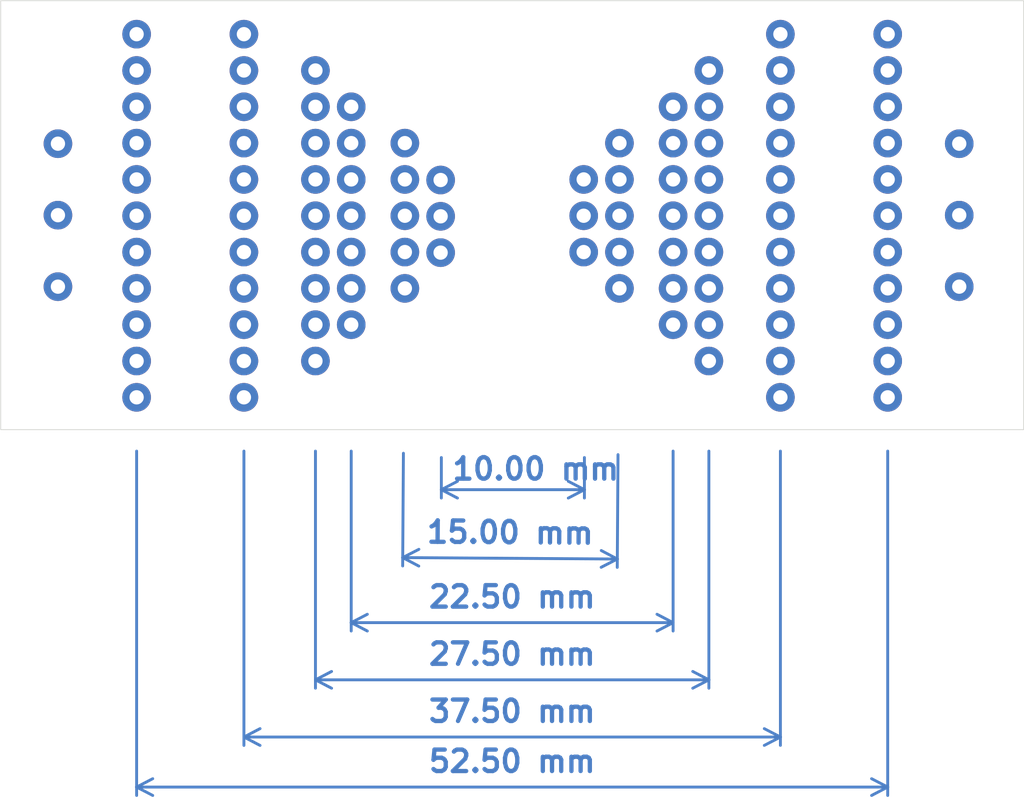
<source format=kicad_pcb>
(kicad_pcb
	(version 20240108)
	(generator "pcbnew")
	(generator_version "8.0")
	(general
		(thickness 1.6)
		(legacy_teardrops no)
	)
	(paper "A4")
	(layers
		(0 "F.Cu" signal)
		(31 "B.Cu" power)
		(32 "B.Adhes" user "B.Adhesive")
		(33 "F.Adhes" user "F.Adhesive")
		(34 "B.Paste" user)
		(35 "F.Paste" user)
		(36 "B.SilkS" user "B.Silkscreen")
		(37 "F.SilkS" user "F.Silkscreen")
		(38 "B.Mask" user)
		(39 "F.Mask" user)
		(40 "Dwgs.User" user "User.Drawings")
		(41 "Cmts.User" user "User.Comments")
		(42 "Eco1.User" user "User.Eco1")
		(43 "Eco2.User" user "User.Eco2")
		(44 "Edge.Cuts" user)
		(45 "Margin" user)
		(46 "B.CrtYd" user "B.Courtyard")
		(47 "F.CrtYd" user "F.Courtyard")
		(48 "B.Fab" user)
		(49 "F.Fab" user)
		(50 "User.1" user)
		(51 "User.2" user)
		(52 "User.3" user)
		(53 "User.4" user)
		(54 "User.5" user)
		(55 "User.6" user)
		(56 "User.7" user)
		(57 "User.8" user)
		(58 "User.9" user)
	)
	(setup
		(stackup
			(layer "F.SilkS"
				(type "Top Silk Screen")
			)
			(layer "F.Paste"
				(type "Top Solder Paste")
			)
			(layer "F.Mask"
				(type "Top Solder Mask")
				(thickness 0.01)
			)
			(layer "F.Cu"
				(type "copper")
				(thickness 0.035)
			)
			(layer "dielectric 1"
				(type "core")
				(thickness 1.51)
				(material "FR4")
				(epsilon_r 4.5)
				(loss_tangent 0.02)
			)
			(layer "B.Cu"
				(type "copper")
				(thickness 0.035)
			)
			(layer "B.Mask"
				(type "Bottom Solder Mask")
				(thickness 0.01)
			)
			(layer "B.Paste"
				(type "Bottom Solder Paste")
			)
			(layer "B.SilkS"
				(type "Bottom Silk Screen")
			)
			(copper_finish "None")
			(dielectric_constraints no)
		)
		(pad_to_mask_clearance 0)
		(allow_soldermask_bridges_in_footprints no)
		(pcbplotparams
			(layerselection 0x00010fc_ffffffff)
			(plot_on_all_layers_selection 0x0000000_00000000)
			(disableapertmacros no)
			(usegerberextensions no)
			(usegerberattributes yes)
			(usegerberadvancedattributes no)
			(creategerberjobfile no)
			(dashed_line_dash_ratio 12.000000)
			(dashed_line_gap_ratio 3.000000)
			(svgprecision 4)
			(plotframeref no)
			(viasonmask no)
			(mode 1)
			(useauxorigin no)
			(hpglpennumber 1)
			(hpglpenspeed 20)
			(hpglpendiameter 15.000000)
			(pdf_front_fp_property_popups yes)
			(pdf_back_fp_property_popups yes)
			(dxfpolygonmode yes)
			(dxfimperialunits yes)
			(dxfusepcbnewfont yes)
			(psnegative no)
			(psa4output no)
			(plotreference yes)
			(plotvalue no)
			(plotfptext yes)
			(plotinvisibletext no)
			(sketchpadsonfab no)
			(subtractmaskfromsilk yes)
			(outputformat 1)
			(mirror no)
			(drillshape 0)
			(scaleselection 1)
			(outputdirectory "Gerbers/")
		)
	)
	(net 0 "")
	(net 1 "Back_Net_L")
	(net 2 "Back_Net_R")
	(gr_rect
		(start 93 80)
		(end 164.5 110)
		(stroke
			(width 0.1)
			(type default)
		)
		(fill solid)
		(layer "B.Mask")
		(uuid "8ff0e001-659f-49d8-af2e-9995d05b898c")
	)
	(gr_rect
		(start 93 80)
		(end 164.5 110)
		(stroke
			(width 0.1)
			(type default)
		)
		(fill solid)
		(layer "F.Mask")
		(uuid "999e217a-fa73-4cac-979f-3f4bc2e7e7ee")
	)
	(gr_rect
		(start 93 80)
		(end 164.5 110)
		(stroke
			(width 0.05)
			(type default)
		)
		(fill none)
		(layer "Edge.Cuts")
		(uuid "7daef713-606e-488a-8153-23ff7ae60916")
	)
	(dimension
		(type aligned)
		(layer "B.Cu")
		(uuid "0f65dea8-7804-4cbf-a47b-660972cb6692")
		(pts
			(xy 121.151995 111.15068) (xy 136.151995 111.25068)
		)
		(height 7.799493)
		(gr_text "15,00 mm"
			(at 128.612 117.20004 359.6180338)
			(layer "B.Cu")
			(uuid "0f65dea8-7804-4cbf-a47b-660972cb6692")
			(effects
				(font
					(size 1.5 1.5)
					(thickness 0.3)
				)
			)
		)
		(format
			(prefix "")
			(suffix "")
			(units 3)
			(units_format 1)
			(precision 2)
		)
		(style
			(thickness 0.2)
			(arrow_length 1.27)
			(text_position_mode 0)
			(extension_height 0.58642)
			(extension_offset 0.5) keep_text_aligned)
	)
	(dimension
		(type aligned)
		(layer "B.Cu")
		(uuid "33f37264-789c-4005-8003-b36318161a99")
		(pts
			(xy 110 111) (xy 147.5 111)
		)
		(height 20.5)
		(gr_text "37,50 mm"
			(at 128.75 129.7 0)
			(layer "B.Cu")
			(uuid "33f37264-789c-4005-8003-b36318161a99")
			(effects
				(font
					(size 1.5 1.5)
					(thickness 0.3)
				)
			)
		)
		(format
			(prefix "")
			(suffix "")
			(units 3)
			(units_format 1)
			(precision 2)
		)
		(style
			(thickness 0.2)
			(arrow_length 1.27)
			(text_position_mode 0)
			(extension_height 0.58642)
			(extension_offset 0.5) keep_text_aligned)
	)
	(dimension
		(type aligned)
		(layer "B.Cu")
		(uuid "62c187a7-0902-4628-8214-ca6a192f710e")
		(pts
			(xy 117.5 111) (xy 140 111)
		)
		(height 12.5)
		(gr_text "22,50 mm"
			(at 128.75 121.7 0)
			(layer "B.Cu")
			(uuid "62c187a7-0902-4628-8214-ca6a192f710e")
			(effects
				(font
					(size 1.5 1.5)
					(thickness 0.3)
				)
			)
		)
		(format
			(prefix "")
			(suffix "")
			(units 3)
			(units_format 1)
			(precision 2)
		)
		(style
			(thickness 0.2)
			(arrow_length 1.27)
			(text_position_mode 0)
			(extension_height 0.58642)
			(extension_offset 0.5) keep_text_aligned)
	)
	(dimension
		(type aligned)
		(layer "B.Cu")
		(uuid "c079ea44-18ce-46b9-a2da-d44fd34622dd")
		(pts
			(xy 115 111) (xy 142.5 111)
		)
		(height 16.5)
		(gr_text "27,50 mm"
			(at 128.75 125.7 0)
			(layer "B.Cu")
			(uuid "c079ea44-18ce-46b9-a2da-d44fd34622dd")
			(effects
				(font
					(size 1.5 1.5)
					(thickness 0.3)
				)
			)
		)
		(format
			(prefix "")
			(suffix "")
			(units 3)
			(units_format 1)
			(precision 2)
		)
		(style
			(thickness 0.2)
			(arrow_length 1.27)
			(text_position_mode 0)
			(extension_height 0.58642)
			(extension_offset 0.5) keep_text_aligned)
	)
	(dimension
		(type aligned)
		(layer "B.Cu")
		(uuid "e12cf3bd-c19e-480b-bec8-2f0671ae0396")
		(pts
			(xy 123.8 111.45) (xy 133.8 111.45)
		)
		(height 2.75)
		(gr_text "10,00 mm"
			(at 130.4 112.75 0)
			(layer "B.Cu")
			(uuid "e12cf3bd-c19e-480b-bec8-2f0671ae0396")
			(effects
				(font
					(size 1.5 1.5)
					(thickness 0.3)
				)
			)
		)
		(format
			(prefix "")
			(suffix "")
			(units 3)
			(units_format 1)
			(precision 2)
		)
		(style
			(thickness 0.2)
			(arrow_length 1.27)
			(text_position_mode 2)
			(extension_height 0.58642)
			(extension_offset 0.5) keep_text_aligned)
	)
	(dimension
		(type aligned)
		(layer "B.Cu")
		(uuid "fd15188a-1022-49b0-ae00-ac554b637b11")
		(pts
			(xy 102.5 111) (xy 155 111)
		)
		(height 24)
		(gr_text "52,50 mm"
			(at 128.75 133.2 0)
			(layer "B.Cu")
			(uuid "fd15188a-1022-49b0-ae00-ac554b637b11")
			(effects
				(font
					(size 1.5 1.5)
					(thickness 0.3)
				)
			)
		)
		(format
			(prefix "")
			(suffix "")
			(units 3)
			(units_format 1)
			(precision 2)
		)
		(style
			(thickness 0.2)
			(arrow_length 1.27)
			(text_position_mode 0)
			(extension_height 0.58642)
			(extension_offset 0.5) keep_text_aligned)
	)
	(via
		(at 123.75 97.62)
		(size 2)
		(drill 1)
		(layers "F.Cu" "B.Cu")
		(net 1)
		(uuid "00d6b228-98df-4b54-883e-43c8555e4208")
	)
	(via
		(at 115 84.88)
		(size 2)
		(drill 1)
		(layers "F.Cu" "B.Cu")
		(net 1)
		(uuid "02542b5e-ed1d-43c0-a910-16ea06102946")
	)
	(via
		(at 102.5 95.04)
		(size 2)
		(drill 1)
		(layers "F.Cu" "B.Cu")
		(net 1)
		(uuid "02d8f596-4024-4557-9990-462897a44a39")
	)
	(via
		(at 110 107.74)
		(size 2)
		(drill 1)
		(layers "F.Cu" "B.Cu")
		(net 1)
		(uuid "0490945c-cd77-48b9-b34a-5915d6cd3179")
	)
	(via
		(at 117.5 92.5)
		(size 2)
		(drill 1)
		(layers "F.Cu" "B.Cu")
		(net 1)
		(uuid "0e59f19b-8873-4eb5-8934-438927e2c68c")
	)
	(via
		(at 110 82.34)
		(size 2)
		(drill 1)
		(layers "F.Cu" "B.Cu")
		(net 1)
		(uuid "128ad11a-1763-4d43-b0c3-22b5d634d017")
	)
	(via
		(at 110 100.12)
		(size 2)
		(drill 1)
		(layers "F.Cu" "B.Cu")
		(net 1)
		(uuid "12c568c5-3a54-488b-b706-59677b9fdf9b")
	)
	(via
		(at 102.5 87.42)
		(size 2)
		(drill 1)
		(layers "F.Cu" "B.Cu")
		(net 1)
		(uuid "1a9f86ac-d712-4ded-9fe8-5eacadd0e858")
	)
	(via
		(at 121.25 97.58)
		(size 2)
		(drill 1)
		(layers "F.Cu" "B.Cu")
		(net 1)
		(uuid "23d5db04-1a08-47da-ad49-a299d45aff15")
	)
	(via
		(at 102.5 89.96)
		(size 2)
		(drill 1)
		(layers "F.Cu" "B.Cu")
		(net 1)
		(uuid "296a45b6-56ad-4837-8a16-5eb2f024c8a1")
	)
	(via
		(at 117.5 89.96)
		(size 2)
		(drill 1)
		(layers "F.Cu" "B.Cu")
		(net 1)
		(uuid "2fd6ce57-6d3e-4225-9625-2ccbea38c712")
	)
	(via
		(at 97 100)
		(size 2)
		(drill 1)
		(layers "F.Cu" "B.Cu")
		(net 1)
		(uuid "3063bf12-b6a2-407a-b6f4-b888bec7635b")
	)
	(via
		(at 110 89.96)
		(size 2)
		(drill 1)
		(layers "F.Cu" "B.Cu")
		(net 1)
		(uuid "36823504-d2fb-4578-8112-07822c8ec0c3")
	)
	(via
		(at 102.5 82.34)
		(size 2)
		(drill 1)
		(layers "F.Cu" "B.Cu")
		(net 1)
		(uuid "3f4a4157-b7a7-4eb9-80ff-4c337f214825")
	)
	(via
		(at 123.75 92.54)
		(size 2)
		(drill 1)
		(layers "F.Cu" "B.Cu")
		(net 1)
		(uuid "40d287fc-24a4-439c-87e3-80a5d0a33341")
	)
	(via
		(at 110 105.2)
		(size 2)
		(drill 1)
		(layers "F.Cu" "B.Cu")
		(net 1)
		(uuid "43859231-0536-4afc-8355-69d7682c4f8d")
	)
	(via
		(at 102.5 97.58)
		(size 2)
		(drill 1)
		(layers "F.Cu" "B.Cu")
		(net 1)
		(uuid "450af9ae-3c79-49a6-be0b-77c26370de1a")
	)
	(via
		(at 102.5 92.5)
		(size 2)
		(drill 1)
		(layers "F.Cu" "B.Cu")
		(net 1)
		(uuid "45333c43-16f3-4310-b3fe-cfa27a9cbd21")
	)
	(via
		(at 117.5 97.58)
		(size 2)
		(drill 1)
		(layers "F.Cu" "B.Cu")
		(net 1)
		(uuid "464284c7-bcbd-4c43-9a3f-36f74b385194")
	)
	(via
		(at 115 97.58)
		(size 2)
		(drill 1)
		(layers "F.Cu" "B.Cu")
		(net 1)
		(uuid "4d28e9a3-239c-43e4-ad16-f80df3152482")
	)
	(via
		(at 117.5 95.04)
		(size 2)
		(drill 1)
		(layers "F.Cu" "B.Cu")
		(net 1)
		(uuid "5a0f0d0b-daff-4a25-a340-fa7275d4da3d")
	)
	(via
		(at 102.5 105.2)
		(size 2)
		(drill 1)
		(layers "F.Cu" "B.Cu")
		(net 1)
		(uuid "5e1e7a9c-4341-459d-ab12-a60bb3467940")
	)
	(via
		(at 102.5 102.66)
		(size 2)
		(drill 1)
		(layers "F.Cu" "B.Cu")
		(net 1)
		(uuid "5e9ae439-6b18-4876-8d59-5fae6295daee")
	)
	(via
		(at 102.5 107.74)
		(size 2)
		(drill 1)
		(layers "F.Cu" "B.Cu")
		(net 1)
		(uuid "6396d200-87cf-4d80-97a8-cbd9103d9b7a")
	)
	(via
		(at 110 92.5)
		(size 2)
		(drill 1)
		(layers "F.Cu" "B.Cu")
		(net 1)
		(uuid "6b25d33b-2d39-4543-b21c-6a736deec56f")
	)
	(via
		(at 121.25 92.5)
		(size 2)
		(drill 1)
		(layers "F.Cu" "B.Cu")
		(net 1)
		(uuid "706b790c-41da-45d1-8648-3e2022c74aa7")
	)
	(via
		(at 115 89.96)
		(size 2)
		(drill 1)
		(layers "F.Cu" "B.Cu")
		(net 1)
		(uuid "7340f0f9-7154-4aea-85d7-d6d4e3886fad")
	)
	(via
		(at 121.25 95.04)
		(size 2)
		(drill 1)
		(layers "F.Cu" "B.Cu")
		(net 1)
		(uuid "79ce970b-e70f-425d-8017-8143a61a12ff")
	)
	(via
		(at 115 87.42)
		(size 2)
		(drill 1)
		(layers "F.Cu" "B.Cu")
		(net 1)
		(uuid "80090c7f-9aba-4ced-9c92-d066d3d7d4b0")
	)
	(via
		(at 115 92.5)
		(size 2)
		(drill 1)
		(layers "F.Cu" "B.Cu")
		(net 1)
		(uuid "88312aff-16ef-47cd-9efb-8ecc1b7491ea")
	)
	(via
		(at 110 84.88)
		(size 2)
		(drill 1)
		(layers "F.Cu" "B.Cu")
		(net 1)
		(uuid "8c80796a-36db-44c3-b7b2-b48dd481b5e8")
	)
	(via
		(at 110 95.04)
		(size 2)
		(drill 1)
		(layers "F.Cu" "B.Cu")
		(net 1)
		(uuid "8c96c25b-71c6-4cee-a3a2-2e2f0bc95fd0")
	)
	(via
		(at 110 87.42)
		(size 2)
		(drill 1)
		(layers "F.Cu" "B.Cu")
		(net 1)
		(uuid "8de07d1e-a40f-4830-a075-7ab6aa806388")
	)
	(via
		(at 115 95.04)
		(size 2)
		(drill 1)
		(layers "F.Cu" "B.Cu")
		(net 1)
		(uuid "9e55da36-7908-4d7b-8b33-a84303c2e94e")
	)
	(via
		(at 117.5 100.12)
		(size 2)
		(drill 1)
		(layers "F.Cu" "B.Cu")
		(net 1)
		(uuid "a2f47ecf-f0c5-479a-bbd9-160150683f6a")
	)
	(via
		(at 115 105.2)
		(size 2)
		(drill 1)
		(layers "F.Cu" "B.Cu")
		(net 1)
		(uuid "ade8a956-9ba8-469d-93bd-b60865a98519")
	)
	(via
		(at 121.25 100.12)
		(size 2)
		(drill 1)
		(layers "F.Cu" "B.Cu")
		(net 1)
		(uuid "b39caa1e-f11b-4589-922e-e98c2b954230")
	)
	(via
		(at 121.25 89.96)
		(size 2)
		(drill 1)
		(layers "F.Cu" "B.Cu")
		(net 1)
		(uuid "ba6b9d11-60cf-417f-8f96-a81333d30a96")
	)
	(via
		(at 110 97.58)
		(size 2)
		(drill 1)
		(layers "F.Cu" "B.Cu")
		(net 1)
		(uuid "bb1c059e-99f6-46af-9a8a-2e93ac822699")
	)
	(via
		(at 102.5 84.88)
		(size 2)
		(drill 1)
		(layers "F.Cu" "B.Cu")
		(net 1)
		(uuid "be359fe2-7aaf-4d8c-a5c3-f6326e20a8da")
	)
	(via
		(at 97 90)
		(size 2)
		(drill 1)
		(layers "F.Cu" "B.Cu")
		(net 1)
		(uuid "bfd298d9-ba03-48b5-a133-2aece736a4b3")
	)
	(via
		(at 97 95)
		(size 2)
		(drill 1)
		(layers "F.Cu" "B.Cu")
		(net 1)
		(uuid "d0591cf4-d683-4d15-8f95-6d547b346274")
	)
	(via
		(at 123.75 95.08)
		(size 2)
		(drill 1)
		(layers "F.Cu" "B.Cu")
		(net 1)
		(uuid "d83f1d18-fd28-41ae-bc25-c476203b7bd6")
	)
	(via
		(at 110 102.66)
		(size 2)
		(drill 1)
		(layers "F.Cu" "B.Cu")
		(net 1)
		(uuid "da70686b-ca72-4e74-b1a4-94b5a1efafcd")
	)
	(via
		(at 115 102.66)
		(size 2)
		(drill 1)
		(layers "F.Cu" "B.Cu")
		(net 1)
		(uuid "df6fa1c5-f183-4103-9f99-2ad125e66ae0")
	)
	(via
		(at 115 100.12)
		(size 2)
		(drill 1)
		(layers "F.Cu" "B.Cu")
		(net 1)
		(uuid "e668dfdd-20e6-4905-8d55-f410fb745077")
	)
	(via
		(at 117.5 102.66)
		(size 2)
		(drill 1)
		(layers "F.Cu" "B.Cu")
		(net 1)
		(uuid "e75df4dc-b001-4257-a0da-28e9fae272d4")
	)
	(via
		(at 102.5 100.12)
		(size 2)
		(drill 1)
		(layers "F.Cu" "B.Cu")
		(net 1)
		(uuid "ec131ed0-3610-4b82-9dd6-4b78b5ebbb03")
	)
	(via
		(at 117.5 87.42)
		(size 2)
		(drill 1)
		(layers "F.Cu" "B.Cu")
		(net 1)
		(uuid "f9ff68d4-99d0-4696-93fa-8333cc49ad52")
	)
	(segment
		(start 97 95)
		(end 97.04 95.04)
		(width 0.2)
		(layer "B.Cu")
		(net 1)
		(uuid "162db841-b66c-4f6e-aefc-f4bf61f9428d")
	)
	(segment
		(start 102.46 95)
		(end 102.5 95.04)
		(width 0.2)
		(layer "B.Cu")
		(net 1)
		(uuid "9d9781c5-3963-4d14-922c-beb9687360cf")
	)
	(via
		(at 136.25 100.12)
		(size 2)
		(drill 1)
		(layers "F.Cu" "B.Cu")
		(net 2)
		(uuid "02dca560-1ead-4c3d-960e-a290cb7b28d7")
	)
	(via
		(at 155 95.04)
		(size 2)
		(drill 1)
		(layers "F.Cu" "B.Cu")
		(net 2)
		(uuid "045efe21-24d1-4aa6-aca9-1041e59ed875")
	)
	(via
		(at 133.75 95.04)
		(size 2)
		(drill 1)
		(layers "F.Cu" "B.Cu")
		(net 2)
		(uuid "1151a16e-b08f-455b-be89-a48c3175da39")
	)
	(via
		(at 142.5 89.96)
		(size 2)
		(drill 1)
		(layers "F.Cu" "B.Cu")
		(net 2)
		(uuid "16a7a03e-4b60-4c73-823c-6e5098a4622d")
	)
	(via
		(at 142.5 92.5)
		(size 2)
		(drill 1)
		(layers "F.Cu" "B.Cu")
		(net 2)
		(uuid "178a00c6-31e8-49c3-8ced-2e745deec678")
	)
	(via
		(at 160 95)
		(size 2)
		(drill 1)
		(layers "F.Cu" "B.Cu")
		(net 2)
		(uuid "2a66ceb0-402f-4b4a-8ece-74d386509d35")
	)
	(via
		(at 142.5 84.88)
		(size 2)
		(drill 1)
		(layers "F.Cu" "B.Cu")
		(net 2)
		(uuid "308c7c23-0d70-463b-9787-da70a02030c3")
	)
	(via
		(at 140 89.96)
		(size 2)
		(drill 1)
		(layers "F.Cu" "B.Cu")
		(net 2)
		(uuid "48bb57d1-ce73-48b6-aca3-a60209b18f13")
	)
	(via
		(at 140 95.04)
		(size 2)
		(drill 1)
		(layers "F.Cu" "B.Cu")
		(net 2)
		(uuid "4b8d1960-cc7c-4ff2-bf8e-ec2ed0b3d673")
	)
	(via
		(at 142.5 105.2)
		(size 2)
		(drill 1)
		(layers "F.Cu" "B.Cu")
		(net 2)
		(uuid "4f024537-9b0b-467f-9d79-a95525e7e032")
	)
	(via
		(at 147.5 102.66)
		(size 2)
		(drill 1)
		(layers "F.Cu" "B.Cu")
		(net 2)
		(uuid "53186f13-4140-4b0e-9ff3-6ba997a08c15")
	)
	(via
		(at 140 102.66)
		(size 2)
		(drill 1)
		(layers "F.Cu" "B.Cu")
		(net 2)
		(uuid "532ec7e4-308c-4b72-9946-4c7810b50c0a")
	)
	(via
		(at 147.5 82.34)
		(size 2)
		(drill 1)
		(layers "F.Cu" "B.Cu")
		(net 2)
		(uuid "551f287f-02d1-44bd-9684-c26f6cf1dc3d")
	)
	(via
		(at 155 92.5)
		(size 2)
		(drill 1)
		(layers "F.Cu" "B.Cu")
		(net 2)
		(uuid "566d1600-fc96-4650-88ab-68c2fa20e739")
	)
	(via
		(at 140 92.5)
		(size 2)
		(drill 1)
		(layers "F.Cu" "B.Cu")
		(net 2)
		(uuid "66ebb6ad-cb7d-4e91-ab25-32bec8998219")
	)
	(via
		(at 140 87.42)
		(size 2)
		(drill 1)
		(layers "F.Cu" "B.Cu")
		(net 2)
		(uuid "6aa42011-eb49-4520-92e8-6cc33457f2cc")
	)
	(via
		(at 140 97.58)
		(size 2)
		(drill 1)
		(layers "F.Cu" "B.Cu")
		(net 2)
		(uuid "6cce1c49-9f7f-44c9-b8f9-1c1fceb27ce1")
	)
	(via
		(at 140 100.12)
		(size 2)
		(drill 1)
		(layers "F.Cu" "B.Cu")
		(net 2)
		(uuid "7b7ac19c-eb66-4ee9-8ed2-514f37a5e70f")
	)
	(via
		(at 155 89.96)
		(size 2)
		(drill 1)
		(layers "F.Cu" "B.Cu")
		(net 2)
		(uuid "7c20e9fd-b36f-4f2f-808b-3e4b172ba961")
	)
	(via
		(at 136.25 92.5)
		(size 2)
		(drill 1)
		(layers "F.Cu" "B.Cu")
		(net 2)
		(uuid "7d61833b-db40-4f99-93c7-5f0412f490f6")
	)
	(via
		(at 147.5 95.04)
		(size 2)
		(drill 1)
		(layers "F.Cu" "B.Cu")
		(net 2)
		(uuid "7d7b8d53-cb4e-4016-bec3-4f86bbb7d9c7")
	)
	(via
		(at 136.25 97.58)
		(size 2)
		(drill 1)
		(layers "F.Cu" "B.Cu")
		(net 2)
		(uuid "7eab6f84-ed2c-4171-b140-e6bc70f75b4f")
	)
	(via
		(at 147.5 105.2)
		(size 2)
		(drill 1)
		(layers "F.Cu" "B.Cu")
		(net 2)
		(uuid "8200ce62-7a43-403d-a438-077fd5bbe031")
	)
	(via
		(at 147.5 100.12)
		(size 2)
		(drill 1)
		(layers "F.Cu" "B.Cu")
		(net 2)
		(uuid "82ecc5fc-a47c-4dcb-9f36-0a718d170b67")
	)
	(via
		(at 147.5 97.58)
		(size 2)
		(drill 1)
		(layers "F.Cu" "B.Cu")
		(net 2)
		(uuid "87784d69-1bbc-416f-929d-66aeed95b2b2")
	)
	(via
		(at 147.5 89.96)
		(size 2)
		(drill 1)
		(layers "F.Cu" "B.Cu")
		(net 2)
		(uuid "8b1c90e4-1cd8-421a-b171-1eece65a5feb")
	)
	(via
		(at 147.5 84.88)
		(size 2)
		(drill 1)
		(layers "F.Cu" "B.Cu")
		(net 2)
		(uuid "9162cd79-a950-4c33-a7be-806d4a64726d")
	)
	(via
		(at 155 107.74)
		(size 2)
		(drill 1)
		(layers "F.Cu" "B.Cu")
		(net 2)
		(uuid "94a2caf0-754c-468d-a065-8534705c859f")
	)
	(via
		(at 155 100.12)
		(size 2)
		(drill 1)
		(layers "F.Cu" "B.Cu")
		(net 2)
		(uuid "9ec206b7-5169-4238-9978-3a5a71425e32")
	)
	(via
		(at 133.75 92.5)
		(size 2)
		(drill 1)
		(layers "F.Cu" "B.Cu")
		(net 2)
		(uuid "a512e4a9-feb5-4165-96ea-0afe16aed6bc")
	)
	(via
		(at 147.5 87.42)
		(size 2)
		(drill 1)
		(layers "F.Cu" "B.Cu")
		(net 2)
		(uuid "a55a48c9-d5fa-4ec6-a407-84359df64cbb")
	)
	(via
		(at 142.5 87.42)
		(size 2)
		(drill 1)
		(layers "F.Cu" "B.Cu")
		(net 2)
		(uuid "bb3f8a91-8eb6-48a0-9431-b6cdee496223")
	)
	(via
		(at 136.25 89.96)
		(size 2)
		(drill 1)
		(layers "F.Cu" "B.Cu")
		(net 2)
		(uuid "c2230a1a-ef1b-4e12-ae38-fad2a0736109")
	)
	(via
		(at 155 82.34)
		(size 2)
		(drill 1)
		(layers "F.Cu" "B.Cu")
		(net 2)
		(uuid "c9a46b03-0824-4e7a-b7cb-4ad6e69c1946")
	)
	(via
		(at 142.5 100.12)
		(size 2)
		(drill 1)
		(layers "F.Cu" "B.Cu")
		(net 2)
		(uuid "cbd04ad4-56bf-4400-8628-8665288d7c88")
	)
	(via
		(at 155 87.42)
		(size 2)
		(drill 1)
		(layers "F.Cu" "B.Cu")
		(net 2)
		(uuid "d7f3f9d7-96b6-4e97-ba7c-d415cfb8893c")
	)
	(via
		(at 160 90)
		(size 2)
		(drill 1)
		(layers "F.Cu" "B.Cu")
		(net 2)
		(uuid "daf187d6-16ed-42f5-a407-5eaa7d7f1f8e")
	)
	(via
		(at 155 102.66)
		(size 2)
		(drill 1)
		(layers "F.Cu" "B.Cu")
		(net 2)
		(uuid "dd779214-a421-465c-9507-fafea2d680c4")
	)
	(via
		(at 155 97.58)
		(size 2)
		(drill 1)
		(layers "F.Cu" "B.Cu")
		(net 2)
		(uuid "dded5729-1e16-4335-9dd1-c4c690f2d7f5")
	)
	(via
		(at 142.5 95.04)
		(size 2)
		(drill 1)
		(layers "F.Cu" "B.Cu")
		(net 2)
		(uuid "e3fab656-a3bc-4e5f-9546-e05285784b35")
	)
	(via
		(at 142.5 102.66)
		(size 2)
		(drill 1)
		(layers "F.Cu" "B.Cu")
		(net 2)
		(uuid "e73534e2-9592-4692-bf23-93e24e5f13c1")
	)
	(via
		(at 133.75 97.58)
		(size 2)
		(drill 1)
		(layers "F.Cu" "B.Cu")
		(net 2)
		(uuid "e784f580-4dd7-4de5-9716-437776475c73")
	)
	(via
		(at 160 100)
		(size 2)
		(drill 1)
		(layers "F.Cu" "B.Cu")
		(net 2)
		(uuid "e8f7fce9-0215-4998-b8a2-d141cbd74ad4")
	)
	(via
		(at 147.5 92.5)
		(size 2)
		(drill 1)
		(layers "F.Cu" "B.Cu")
		(net 2)
		(uuid "f431160d-d475-4ed2-9f1a-1746196455f1")
	)
	(via
		(at 155 105.2)
		(size 2)
		(drill 1)
		(layers "F.Cu" "B.Cu")
		(net 2)
		(uuid "f8a154ea-c1ac-4613-92ec-b5744d8ce1dc")
	)
	(via
		(at 142.5 97.58)
		(size 2)
		(drill 1)
		(layers "F.Cu" "B.Cu")
		(net 2)
		(uuid "f8c584ec-3dd9-4c4b-be39-e5d159eb861f")
	)
	(via
		(at 155 84.88)
		(size 2)
		(drill 1)
		(layers "F.Cu" "B.Cu")
		(net 2)
		(uuid "f8e1f290-1d3d-4a3e-996d-1e65b3cff496")
	)
	(via
		(at 136.25 95.04)
		(size 2)
		(drill 1)
		(layers "F.Cu" "B.Cu")
		(net 2)
		(uuid "fe70dcaa-bfce-4cb5-be16-ce1748b87556")
	)
	(via
		(at 147.5 107.74)
		(size 2)
		(drill 1)
		(layers "F.Cu" "B.Cu")
		(net 2)
		(uuid "fec0ddd7-1c67-4650-a666-c53dde484eef")
	)
	(segment
		(start 155.04 95)
		(end 155 95.04)
		(width 0.2)
		(layer "B.Cu")
		(net 2)
		(uuid "acfa0c15-e5d3-49d0-afe4-fe63cdf564ed")
	)
	(segment
		(start 160 95)
		(end 160.04 95.04)
		(width 0.2)
		(layer "B.Cu")
		(net 2)
		(uuid "c522f581-1e06-4869-9da9-de89092345ed")
	)
	(zone
		(net 1)
		(net_name "Back_Net_L")
		(layer "B.Cu")
		(uuid "24500d92-aea0-4a8d-9c17-cb1b390de15a")
		(hatch edge 0.5)
		(priority 2)
		(connect_pads
			(clearance 0)
		)
		(min_thickness 0.25)
		(filled_areas_thickness no)
		(fill
			(thermal_gap 0.5)
			(thermal_bridge_width 0.5)
			(island_removal_mode 1)
			(island_area_min 10)
		)
		(polygon
			(pts
				(xy 94.5 87.5) (xy 100.5 87.5) (xy 100.5 80.5) (xy 126.5 80.5) (xy 126.5 109.5) (xy 100.5 109.5)
				(xy 100.5 102.5) (xy 94.5 102.5)
			)
		)
	)
	(zone
		(net 2)
		(net_name "Back_Net_R")
		(layer "B.Cu")
		(uuid "4c1784ba-22c7-40e2-abcf-a36022ba77b4")
		(hatch edge 0.5)
		(priority 2)
		(connect_pads
			(clearance 0)
		)
		(min_thickness 0.25)
		(filled_areas_thickness no)
		(fill
			(thermal_gap 0.5)
			(thermal_bridge_width 0.5)
			(island_removal_mode 1)
			(island_area_min 10)
		)
		(polygon
			(pts
				(xy 163 102.5) (xy 157 102.5) (xy 157 109.5) (xy 131 109.5) (xy 131 80.5) (xy 157 80.5) (xy 157 87.5)
				(xy 163 87.5)
			)
		)
	)
)

</source>
